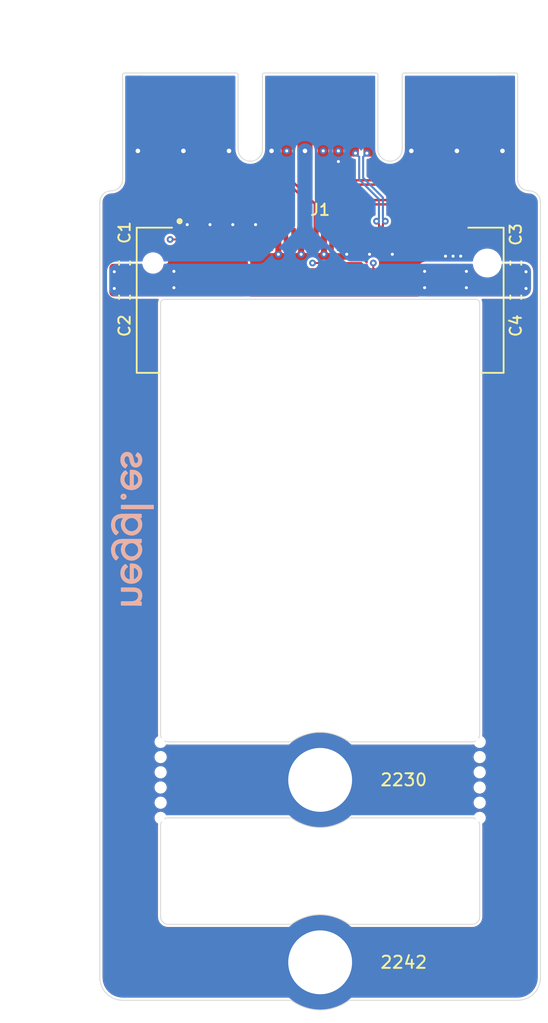
<source format=kicad_pcb>
(kicad_pcb (version 20171130) (host pcbnew "(5.1.10)-1")
  (title_block (rev 1))
  (layers (0 Front signal) (1 In1.Cu signal) (2 In2.Cu signal) (31 Back signal) (34 B.Paste user) (35 F.Paste user) (36 B.SilkS user) (37 F.SilkS user) (38 B.Mask user) (39 F.Mask user) (44 Edge.Cuts user))
  (net 0 "")
  (net 1 GND)
  (net 2 +3V3)
  (net 3 /PET0_P)
  (net 4 /PER1_N)
  (net 5 /PER1_P)
  (net 6 /PET1_N)
  (net 7 /PET1_P)
  (net 8 /~PERST)
  (net 9 /~CLK_REQ)
  (net 10 /~INS)
  (net 11 /REFCLK-)
  (net 12 /REFCLK+)
  (net 13 /PER0_N)
  (net 14 /PER0_P)
  (net 15 /PET0_N)
  (module 10-My-Footprints:neggle-logo-0.12 (layer Back) (at 134.8 80 90)
    (fp_text reference SYM1 hide)
    (fp_text value logo hide)
  )
  (module 11-My-Edits:SolderJumper-2_P0.6mm_Open_RoundedPad1.0x1.5mm (layer Front) (at 151.2 55.5 90)
    (fp_text reference JP1 hide)
    (fp_text value F_INS)
    (pad 1 smd custom (at -0.35 0 270) (size 0.4 0.3) (layers Front F.Mask) (net 1 GND) (options (clearance outline) (anchor rect)) (primitives (gr_circle (center 0 0.15) (end 0.2 0.15) (width 0)) (gr_circle (center 0 -0.15) (end 0.2 -0.15) (width 0)) (gr_poly (pts (xy 0 -0.35) (xy -0.25 -0.35) (xy -0.25 0.35) (xy 0 0.35)) (width 0))))
    (pad 2 smd custom (at 0.25 0 90) (size 0.4 0.3) (layers Front F.Mask) (net 10 /~INS) (options (clearance outline) (anchor rect)) (primitives (gr_circle (center 0 0.15) (end 0.2 0.15) (width 0)) (gr_circle (center 0 -0.15) (end 0.2 -0.15) (width 0)) (gr_poly (pts (xy 0 -0.35) (xy -0.25 -0.35) (xy -0.25 0.35) (xy 0 0.35)) (width 0))))
  )
  (module 10-My-Footprints:mousebite (layer Front) (at 139.5 97)
    (fp_text reference REF** hide)
    (fp_text value mousebite hide)
    (pad "" np_thru_hole circle (at 0 0) (size 0.5 0.5) (drill 0.5) (layers *.Cu *.Mask) (clearance 0.001))
  )
  (module 10-My-Footprints:mousebite (layer Front) (at 139.5 99)
    (fp_text reference REF** hide)
    (fp_text value mousebite hide)
    (pad "" np_thru_hole circle (at 0 0) (size 0.5 0.5) (drill 0.5) (layers *.Cu *.Mask) (clearance 0.001))
  )
  (module 10-My-Footprints:mousebite (layer Front) (at 139.5 96)
    (fp_text reference REF** hide)
    (fp_text value mousebite hide)
    (pad "" np_thru_hole circle (at 0 0) (size 0.5 0.5) (drill 0.5) (layers *.Cu *.Mask) (clearance 0.001))
  )
  (module 10-My-Footprints:mousebite (layer Front) (at 139.5 98)
    (fp_text reference REF** hide)
    (fp_text value mousebite hide)
    (pad "" np_thru_hole circle (at 0 0) (size 0.5 0.5) (drill 0.5) (layers *.Cu *.Mask) (clearance 0.001))
  )
  (module 10-My-Footprints:mousebite (layer Front) (at 139.5 95)
    (fp_text reference REF** hide)
    (fp_text value mousebite hide)
    (pad "" np_thru_hole circle (at 0 0) (size 0.5 0.5) (drill 0.5) (layers *.Cu *.Mask) (clearance 0.001))
  )
  (module 10-My-Footprints:mousebite (layer Front) (at 139.5 94)
    (fp_text reference REF** hide)
    (fp_text value mousebite hide)
    (pad "" np_thru_hole circle (at 0 0) (size 0.5 0.5) (drill 0.5) (layers *.Cu *.Mask) (clearance 0.001))
  )
  (module 10-My-Footprints:mousebite (layer Front) (at 160.5 96)
    (fp_text reference REF** hide)
    (fp_text value mousebite hide)
    (pad "" np_thru_hole circle (at 0 0) (size 0.5 0.5) (drill 0.5) (layers *.Cu *.Mask) (clearance 0.001))
  )
  (module 10-My-Footprints:mousebite (layer Front) (at 160.5 99)
    (fp_text reference REF** hide)
    (fp_text value mousebite hide)
    (pad "" np_thru_hole circle (at 0 0) (size 0.5 0.5) (drill 0.5) (layers *.Cu *.Mask) (clearance 0.001))
  )
  (module 10-My-Footprints:mousebite (layer Front) (at 160.5 98)
    (fp_text reference REF** hide)
    (fp_text value mousebite hide)
    (pad "" np_thru_hole circle (at 0 0) (size 0.5 0.5) (drill 0.5) (layers *.Cu *.Mask) (clearance 0.001))
  )
  (module 10-My-Footprints:mousebite (layer Front) (at 160.5 97)
    (fp_text reference REF** hide)
    (fp_text value mousebite hide)
    (pad "" np_thru_hole circle (at 0 0) (size 0.5 0.5) (drill 0.5) (layers *.Cu *.Mask) (clearance 0.001))
  )
  (module 10-My-Footprints:mousebite (layer Front) (at 160.5 95)
    (fp_text reference REF** hide)
    (fp_text value mousebite hide)
    (pad "" np_thru_hole circle (at 0 0) (size 0.5 0.5) (drill 0.5) (layers *.Cu *.Mask) (clearance 0.001))
  )
  (module 10-My-Footprints:mousebite (layer Front) (at 160.5 94)
    (fp_text reference REF** hide)
    (fp_text value mousebite hide)
    (pad "" np_thru_hole circle (at 0 0) (size 0.5 0.5) (drill 0.5) (layers *.Cu *.Mask) (clearance 0.001))
  )
  (module 11-My-Edits:MountingHole_NGFF_4.2mm_Pad_TopBottom (layer Back) (at 150 108.5)
    (fp_text reference MP2 hide)
    (fp_text value 2242 (at 5.5 0 unlocked) (layer F.SilkS) (effects (font (size 0.8 0.8) (thickness 0.127))))
    (pad 1 thru_hole circle (at 0 0) (size 6.2 6.2) (drill 4.2) (layers *.Cu *.Mask) (net 1 GND))
  )
  (module 11-My-Edits:MountingHole_NGFF_4.2mm_Pad_TopBottom (layer Back) (at 150 96.5)
    (fp_text reference MP1 hide)
    (fp_text value 2230 (at 5.5 0 unlocked) (layer F.SilkS) (effects (font (size 0.8 0.8) (thickness 0.127))))
    (pad 1 thru_hole circle (at 0 0) (size 6.2 6.2) (drill 4.2) (layers *.Cu *.Mask) (net 1 GND))
  )
  (module 11-My-Edits:CFExpress_Media (layer Front) (at 137 57)
    (fp_text reference PC1 hide)
    (fp_text value CFexpress)
    (fp_line (start 26 -6.875) (end 26 0) (layer Edge.Cuts) (width 0.05))
    (fp_line (start 18.525 -7) (end 25.875 -7) (layer Edge.Cuts) (width 0.05))
    (fp_line (start 18.4 -2) (end 18.4 -6.875) (layer Edge.Cuts) (width 0.05))
    (fp_line (start 16.8 -6.875) (end 16.8 -2) (layer Edge.Cuts) (width 0.05))
    (fp_line (start 9.325 -7) (end 16.675 -7) (layer Edge.Cuts) (width 0.05))
    (fp_line (start 9.2 -2) (end 9.2 -6.875) (layer Edge.Cuts) (width 0.05))
    (fp_line (start 7.6 -6.875) (end 7.6 -2) (layer Edge.Cuts) (width 0.05))
    (fp_line (start 0.125 -7) (end 7.475 -7) (layer Edge.Cuts) (width 0.05))
    (fp_line (start 0 0) (end 0 -6.875) (layer Edge.Cuts) (width 0.05))
    (fp_arc (start 8.4 -2) (end 7.6 -2) (angle -180) (layer Edge.Cuts) (width 0.05))
    (fp_arc (start 17.6 -2) (end 16.8 -2) (angle -180) (layer Edge.Cuts) (width 0.05))
    (fp_arc (start 0.125 -6.875) (end 0.125 -7) (angle -90) (layer Edge.Cuts) (width 0.05))
    (fp_arc (start 7.475 -6.875) (end 7.6 -6.875) (angle -90) (layer Edge.Cuts) (width 0.05))
    (fp_arc (start 16.675 -6.875) (end 16.8 -6.875) (angle -90) (layer Edge.Cuts) (width 0.05))
    (fp_arc (start 25.875 -6.875) (end 26 -6.875) (angle -90) (layer Edge.Cuts) (width 0.05))
    (fp_arc (start 9.325 -6.875) (end 9.325 -7) (angle -90) (layer Edge.Cuts) (width 0.05))
    (fp_arc (start 18.525 -6.875) (end 18.525 -7) (angle -90) (layer Edge.Cuts) (width 0.05))
    (pad 20 connect rect (at 24 -4) (size 0.7 5) (layers Front F.Mask) (net 3 /PET0_P))
    (pad 1 connect rect (at 1 -4) (size 0.7 5.5) (layers Front F.Mask) (net 1 GND))
    (pad 2 connect rect (at 2 -4) (size 0.7 5) (layers Front F.Mask) (net 4 /PER1_N))
    (pad 3 connect rect (at 3 -4) (size 0.7 5) (layers Front F.Mask) (net 5 /PER1_P))
    (pad 4 connect rect (at 4 -4) (size 0.7 5) (layers Front F.Mask) (net 1 GND))
    (pad 5 connect rect (at 5 -4) (size 0.7 5) (layers Front F.Mask) (net 6 /PET1_N))
    (pad 6 connect rect (at 6 -4) (size 0.7 5) (layers Front F.Mask) (net 7 /PET1_P))
    (pad 7 connect rect (at 7 -4) (size 0.7 5.5) (layers Front F.Mask) (net 1 GND))
    (pad 8 connect rect (at 9.8 -4) (size 0.7 5) (layers Front F.Mask) (net 1 GND))
    (pad 9 connect rect (at 10.8 -4) (size 0.7 5) (layers Front F.Mask) (net 8 /~PERST))
    (pad 10 connect rect (at 12 -4) (size 1 5.5) (layers Front F.Mask) (net 2 +3V3))
    (pad 11 connect rect (at 13.2 -4) (size 0.7 5) (layers Front F.Mask) (net 9 /~CLK_REQ))
    (pad 12 connect rect (at 14.2 -4) (size 0.7 5) (layers Front F.Mask) (net 10 /~INS))
    (pad 13 connect rect (at 15.2 -4) (size 0.7 5) (layers Front F.Mask) (net 11 /REFCLK-))
    (pad 14 connect rect (at 16.2 -4) (size 0.7 5) (layers Front F.Mask) (net 12 /REFCLK+))
    (pad 15 connect rect (at 19 -4) (size 0.7 5.5) (layers Front F.Mask) (net 1 GND))
    (pad 16 connect rect (at 20 -4) (size 0.7 5) (layers Front F.Mask) (net 13 /PER0_N))
    (pad 17 connect rect (at 21 -4) (size 0.7 5) (layers Front F.Mask) (net 14 /PER0_P))
    (pad 18 connect rect (at 22 -4) (size 0.7 5.5) (layers Front F.Mask) (net 1 GND))
    (pad 19 connect rect (at 23 -4) (size 0.7 5) (layers Front F.Mask) (net 15 /PET0_N))
    (pad 21 connect rect (at 25 -4) (size 0.7 5.5) (layers Front F.Mask) (net 1 GND))
  )
  (module 10-My-Footprints:AMP_MDT180xxx001_NGFF-KeyM (layer Front) (at 150 62.5)
    (fp_text reference J1 (at 0 -3.5) (layer F.SilkS) (effects (font (size 0.75 0.75) (thickness 0.127))))
    (fp_text value "M.2 NGFF")
    (fp_arc (start 10.25 2.64) (end 10.5 2.64) (angle -90) (layer Edge.Cuts) (width 0.05))
    (fp_arc (start -10.25 2.64) (end -10.25 2.39) (angle -90) (layer Edge.Cuts) (width 0.05))
    (fp_line (start -10.25 2.39) (end 10.25 2.39) (layer Edge.Cuts) (width 0.05))
    (fp_line (start -10.5 2.64) (end -10.5 7.2) (layer Edge.Cuts) (width 0.05))
    (fp_line (start 10.5 7.2) (end 10.5 2.64) (layer Edge.Cuts) (width 0.05))
    (pad 74 smd rect (at 9 1.09) (size 0.3 1.5) (layers Front F.Paste F.Mask) (net 2 +3V3))
    (pad 72 smd rect (at 8.5 1.09) (size 0.3 1.5) (layers Front F.Paste F.Mask) (net 2 +3V3))
    (pad 70 smd rect (at 8 1.09) (size 0.3 1.5) (layers Front F.Paste F.Mask) (net 2 +3V3))
    (pad 68 smd rect (at 7.5 1.09) (size 0.3 1.5) (layers Front F.Paste F.Mask))
    (pad 58 smd rect (at 5 1.09) (size 0.3 1.5) (layers Front F.Paste F.Mask))
    (pad 56 smd rect (at 4.5 1.09) (size 0.3 1.5) (layers Front F.Paste F.Mask))
    (pad 54 smd rect (at 4 1.09) (size 0.3 1.5) (layers Front F.Paste F.Mask))
    (pad 52 smd rect (at 3.5 1.09) (size 0.3 1.5) (layers Front F.Paste F.Mask) (net 9 /~CLK_REQ))
    (pad 50 smd rect (at 3 1.09) (size 0.3 1.5) (layers Front F.Paste F.Mask) (net 8 /~PERST))
    (pad 48 smd rect (at 2.5 1.09) (size 0.3 1.5) (layers Front F.Paste F.Mask))
    (pad 46 smd rect (at 2 1.09) (size 0.3 1.5) (layers Front F.Paste F.Mask))
    (pad 44 smd rect (at 1.5 1.09) (size 0.3 1.5) (layers Front F.Paste F.Mask))
    (pad 42 smd rect (at 1 1.09) (size 0.3 1.5) (layers Front F.Paste F.Mask))
    (pad 40 smd rect (at 0.5 1.09) (size 0.3 1.5) (layers Front F.Paste F.Mask))
    (pad 38 smd rect (at 0 1.09) (size 0.3 1.5) (layers Front F.Paste F.Mask))
    (pad 36 smd rect (at -0.5 1.09) (size 0.3 1.5) (layers Front F.Paste F.Mask))
    (pad 34 smd rect (at -1 1.09) (size 0.3 1.5) (layers Front F.Paste F.Mask))
    (pad 32 smd rect (at -1.5 1.09) (size 0.3 1.5) (layers Front F.Paste F.Mask))
    (pad 30 smd rect (at -2 1.09) (size 0.3 1.5) (layers Front F.Paste F.Mask))
    (pad 28 smd rect (at -2.5 1.09) (size 0.3 1.5) (layers Front F.Paste F.Mask))
    (pad 26 smd rect (at -3 1.09) (size 0.3 1.5) (layers Front F.Paste F.Mask))
    (pad 24 smd rect (at -3.5 1.09) (size 0.3 1.5) (layers Front F.Paste F.Mask))
    (pad 22 smd rect (at -4 1.09) (size 0.3 1.5) (layers Front F.Paste F.Mask))
    (pad 20 smd rect (at -4.5 1.09) (size 0.3 1.5) (layers Front F.Paste F.Mask))
    (pad 18 smd rect (at -5 1.09) (size 0.3 1.5) (layers Front F.Paste F.Mask) (net 2 +3V3))
    (pad 16 smd rect (at -5.5 1.09) (size 0.3 1.5) (layers Front F.Paste F.Mask) (net 2 +3V3))
    (pad 14 smd rect (at -6 1.09) (size 0.3 1.5) (layers Front F.Paste F.Mask) (net 2 +3V3))
    (pad 12 smd rect (at -6.5 1.09) (size 0.3 1.5) (layers Front F.Paste F.Mask) (net 2 +3V3))
    (pad 10 smd rect (at -7 1.09) (size 0.3 1.5) (layers Front F.Paste F.Mask))
    (pad 8 smd rect (at -7.5 1.09) (size 0.3 1.5) (layers Front F.Paste F.Mask))
    (pad 6 smd rect (at -8 1.09) (size 0.3 1.5) (layers Front F.Paste F.Mask))
    (pad 4 smd rect (at -8.5 1.09) (size 0.3 1.5) (layers Front F.Paste F.Mask) (net 2 +3V3))
    (pad 2 smd rect (at -9 1.09) (size 0.3 1.5) (layers Front F.Paste F.Mask) (net 2 +3V3))
    (pad 75 smd rect (at 9.25 -1.55) (size 0.3 1.5) (layers Front F.Paste F.Mask) (net 1 GND))
    (pad 73 smd rect (at 8.75 -1.55) (size 0.3 1.5) (layers Front F.Paste F.Mask) (net 1 GND))
    (pad 71 smd rect (at 8.25 -1.55) (size 0.3 1.5) (layers Front F.Paste F.Mask) (net 1 GND))
    (pad 69 smd rect (at 7.75 -1.55) (size 0.3 1.5) (layers Front F.Paste F.Mask))
    (pad 67 smd rect (at 7.25 -1.55) (size 0.3 1.5) (layers Front F.Paste F.Mask))
    (pad 57 smd rect (at 4.75 -1.55) (size 0.3 1.5) (layers Front F.Paste F.Mask) (net 1 GND))
    (pad 55 smd rect (at 4.25 -1.55) (size 0.3 1.5) (layers Front F.Paste F.Mask) (net 12 /REFCLK+))
    (pad 53 smd rect (at 3.75 -1.55) (size 0.3 1.5) (layers Front F.Paste F.Mask) (net 11 /REFCLK-))
    (pad 51 smd rect (at 3.25 -1.55) (size 0.3 1.5) (layers Front F.Paste F.Mask) (net 1 GND))
    (pad 49 smd rect (at 2.75 -1.55) (size 0.3 1.5) (layers Front F.Paste F.Mask) (net 3 /PET0_P))
    (pad 47 smd rect (at 2.25 -1.55) (size 0.3 1.5) (layers Front F.Paste F.Mask) (net 15 /PET0_N))
    (pad 45 smd rect (at 1.75 -1.55) (size 0.3 1.5) (layers Front F.Paste F.Mask) (net 1 GND))
    (pad 43 smd rect (at 1.25 -1.55) (size 0.3 1.5) (layers Front F.Paste F.Mask) (net 14 /PER0_P))
    (pad 41 smd rect (at 0.75 -1.55) (size 0.3 1.5) (layers Front F.Paste F.Mask) (net 13 /PER0_N))
    (pad 39 smd rect (at 0.25 -1.55) (size 0.3 1.5) (layers Front F.Paste F.Mask) (net 1 GND))
    (pad 37 smd rect (at -0.25 -1.55) (size 0.3 1.5) (layers Front F.Paste F.Mask) (net 7 /PET1_P))
    (pad 35 smd rect (at -0.75 -1.55) (size 0.3 1.5) (layers Front F.Paste F.Mask) (net 6 /PET1_N))
    (pad 33 smd rect (at -1.25 -1.55) (size 0.3 1.5) (layers Front F.Paste F.Mask) (net 1 GND))
    (pad 31 smd rect (at -1.75 -1.55) (size 0.3 1.5) (layers Front F.Paste F.Mask) (net 5 /PER1_P))
    (pad 29 smd rect (at -2.25 -1.55) (size 0.3 1.5) (layers Front F.Paste F.Mask) (net 4 /PER1_N))
    (pad 27 smd rect (at -2.75 -1.55) (size 0.3 1.5) (layers Front F.Paste F.Mask) (net 1 GND))
    (pad 25 smd rect (at -3.25 -1.55) (size 0.3 1.5) (layers Front F.Paste F.Mask))
    (pad 23 smd rect (at -3.75 -1.55) (size 0.3 1.5) (layers Front F.Paste F.Mask))
    (pad 21 smd rect (at -4.25 -1.55) (size 0.3 1.5) (layers Front F.Paste F.Mask) (net 1 GND))
    (pad 19 smd rect (at -4.75 -1.55) (size 0.3 1.5) (layers Front F.Paste F.Mask))
    (pad 17 smd rect (at -5.25 -1.55) (size 0.3 1.5) (layers Front F.Paste F.Mask))
    (pad 15 smd rect (at -5.75 -1.55) (size 0.3 1.5) (layers Front F.Paste F.Mask) (net 1 GND))
    (pad 13 smd rect (at -6.25 -1.55) (size 0.3 1.5) (layers Front F.Paste F.Mask))
    (pad 11 smd rect (at -6.75 -1.55) (size 0.3 1.5) (layers Front F.Paste F.Mask))
    (pad 9 smd rect (at -7.25 -1.55) (size 0.3 1.5) (layers Front F.Paste F.Mask) (net 1 GND))
    (pad 7 smd rect (at -7.75 -1.55) (size 0.3 1.5) (layers Front F.Paste F.Mask))
    (pad 5 smd rect (at -8.25 -1.55) (size 0.3 1.5) (layers Front F.Paste F.Mask))
    (pad 3 smd rect (at -8.75 -1.55) (size 0.3 1.5) (layers Front F.Paste F.Mask) (net 1 GND))
    (pad MP smd rect (at 11.385 4.97) (size 1.2 2.75) (layers Front F.Paste F.Mask) (net 1 GND))
    (pad MP smd rect (at -11.385 4.97) (size 1.2 2.75) (layers Front F.Paste F.Mask) (net 1 GND))
    (pad 1 smd rect (at -9.25 -1.55) (size 0.3 1.5) (layers Front F.Paste F.Mask) (net 10 /~INS))
    (pad "" np_thru_hole circle (at 11 0) (size 1.6 1.6) (drill 1.6) (layers *.Cu *.Mask))
    (pad "" np_thru_hole circle (at -11 0) (size 1.1 1.1) (drill 1.1) (layers *.Cu *.Mask))
  )
  (module Capacitor_SMD:C_0402_1005Metric_Pad0.74x0.62mm_HandSolder (layer Front) (at 162.875 64.75 270)
    (fp_text reference C4 (at 1.875 0 90) (layer F.SilkS) (effects (font (size 0.75 0.75) (thickness 0.127))))
    (fp_text value 10u)
    (pad 2 smd roundrect (at 0.5675 0 270) (size 0.735 0.62) (layers Front F.Paste F.Mask) (net 1 GND))
    (pad 1 smd roundrect (at -0.5675 0 270) (size 0.735 0.62) (layers Front F.Paste F.Mask) (net 2 +3V3))
  )
  (module Capacitor_SMD:C_0402_1005Metric_Pad0.74x0.62mm_HandSolder (layer Front) (at 137.125 64.75 270)
    (fp_text reference C2 (at 1.875 0 90) (layer F.SilkS) (effects (font (size 0.75 0.75) (thickness 0.127))))
    (fp_text value 10u)
    (pad 2 smd roundrect (at 0.5675 0 270) (size 0.735 0.62) (layers Front F.Paste F.Mask) (net 1 GND))
    (pad 1 smd roundrect (at -0.5675 0 270) (size 0.735 0.62) (layers Front F.Paste F.Mask) (net 2 +3V3))
  )
  (module Capacitor_SMD:C_0402_1005Metric_Pad0.74x0.62mm_HandSolder (layer Front) (at 162.875 62.5 90)
    (fp_text reference C3 (at 1.875 0 90) (layer F.SilkS) (effects (font (size 0.75 0.75) (thickness 0.127))))
    (fp_text value 0.1u)
    (pad 2 smd roundrect (at 0.5675 0 90) (size 0.735 0.62) (layers Front F.Paste F.Mask) (net 1 GND))
    (pad 1 smd roundrect (at -0.5675 0 90) (size 0.735 0.62) (layers Front F.Paste F.Mask) (net 2 +3V3))
  )
  (module Capacitor_SMD:C_0402_1005Metric_Pad0.74x0.62mm_HandSolder (layer Front) (at 137.125 62.5 90)
    (fp_text reference C1 (at 2 0 90) (layer F.SilkS) (effects (font (size 0.75 0.75) (thickness 0.127))))
    (fp_text value 0.1u)
    (pad 2 smd roundrect (at 0.5675 0 90) (size 0.735 0.62) (layers Front F.Paste F.Mask) (net 1 GND))
    (pad 1 smd roundrect (at -0.5675 0 90) (size 0.735 0.62) (layers Front F.Paste F.Mask) (net 2 +3V3))
  )
  (gr_line (start 151.9 111) (end 163 111) (angle 90) (layer Edge.Cuts) (width 0.05))
  (gr_arc (start 160 105.5) (end 160.5 105.5) (angle 90) (layer Edge.Cuts) (width 0.05))
  (gr_line (start 137 111) (end 148.1 111) (angle 90) (layer Edge.Cuts) (width 0.05))
  (gr_arc (start 163 109.5) (end 163 111) (angle -90) (layer Edge.Cuts) (width 0.05))
  (gr_arc (start 137 109.5) (end 135.5 109.5) (angle -90) (layer Edge.Cuts) (width 0.05))
  (gr_arc (start 150 108.5) (end 148.1 106) (angle 74.4696424) (layer Edge.Cuts) (width 0.05))
  (gr_arc (start 150 108.5) (end 151.9 111) (angle 74.46966796) (layer Edge.Cuts) (width 0.05))
  (gr_arc (start 150 96.5) (end 148.1 94) (angle 74.4696424) (layer Edge.Cuts) (width 0.05))
  (gr_arc (start 140 105.5) (end 140 106) (angle 90) (layer Edge.Cuts) (width 0.05))
  (gr_line (start 140 106) (end 148.1 106) (angle 90) (layer Edge.Cuts) (width 0.05))
  (gr_line (start 151.899999 105.999999) (end 160 106) (angle 90) (layer Edge.Cuts) (width 0.05))
  (gr_line (start 140 99) (end 148.1 99) (angle 90) (layer Edge.Cuts) (width 0.05))
  (gr_arc (start 150 96.5) (end 151.9 99) (angle 74.46966796) (layer Edge.Cuts) (width 0.05))
  (gr_line (start 151.899999 93.999999) (end 160 94) (angle 90) (layer Edge.Cuts) (width 0.05))
  (gr_arc (start 140 99.5) (end 140 99) (angle -90) (layer Edge.Cuts) (width 0.05))
  (gr_arc (start 140 93.5) (end 140 94) (angle 90) (layer Edge.Cuts) (width 0.05))
  (gr_arc (start 160 93.5) (end 160.5 93.5) (angle 90) (layer Edge.Cuts) (width 0.05))
  (gr_line (start 140 94) (end 148.1 94) (angle 90) (layer Edge.Cuts) (width 0.05))
  (gr_line (start 151.9 99) (end 160 99) (angle 90) (layer Edge.Cuts) (width 0.05))
  (gr_line (start 139.5 69.7) (end 139.5 93.5) (angle 90) (layer Edge.Cuts) (width 0.05))
  (gr_line (start 160.5 99.5) (end 160.5 105.5) (angle 90) (layer Edge.Cuts) (width 0.05))
  (gr_arc (start 160 99.5) (end 160 99) (angle 90) (layer Edge.Cuts) (width 0.05))
  (gr_arc (start 136.25 57) (end 137 57) (angle 90) (layer Edge.Cuts) (width 0.05))
  (gr_arc (start 136.25 58.5) (end 135.5 58.5) (angle 90) (layer Edge.Cuts) (width 0.05))
  (gr_arc (start 163.75 57) (end 163 57) (angle -90) (layer Edge.Cuts) (width 0.05))
  (gr_arc (start 163.75 58.5) (end 164.5 58.5) (angle -90) (layer Edge.Cuts) (width 0.05))
  (gr_line (start 139.5 99.5) (end 139.5 105.5) (angle 90) (layer Edge.Cuts) (width 0.05))
  (gr_line (start 160.5 69.7) (end 160.5 93.5) (angle 90) (layer Edge.Cuts) (width 0.05))
  (gr_line (start 164.5 58.5) (end 164.5 109.5) (angle 90) (layer Edge.Cuts) (width 0.05))
  (gr_line (start 135.5 58.5) (end 135.5 109.5) (angle 90) (layer Edge.Cuts) (width 0.05))
  (via (at 151.2 55.825) (size 0.45) (drill 0.2) (layers Front Back) (net 1))
  (via (at 149 55.125) (size 0.6) (drill 0.3) (layers Front Back) (net 2))
  (segment (start 160 53) (end 160 55.15) (width 0.15635) (layer Front) (net 15))
  (segment (start 160.358325 55.508325) (end 160.358325 56.391315) (width 0.15635) (layer Front) (net 15))
  (segment (start 160 55.15) (end 160.358325 55.508325) (width 0.15635) (layer Front) (net 15))
  (segment (start 161 53) (end 161 55.15) (width 0.15635) (layer Front) (net 3))
  (segment (start 161 55.15) (end 160.641675 55.508325) (width 0.15635) (layer Front) (net 3))
  (segment (start 160.641675 55.508325) (end 160.641675 56.508685) (width 0.15635) (layer Front) (net 3))
  (via (at 162 55.125) (size 0.6) (drill 0.3) (layers Front Back) (net 1))
  (via (at 156 55.125) (size 0.6) (drill 0.3) (layers Front Back) (net 1))
  (via (at 141 55.125) (size 0.6) (drill 0.3) (layers Front Back) (net 1))
  (via (at 141.25 59.975) (size 0.45) (drill 0.2) (layers Front Back) (net 1))
  (via (at 148.75 61.925) (size 0.45) (drill 0.2) (layers Front Back) (net 1))
  (via (at 147.25 61.925) (size 0.45) (drill 0.2) (layers Front Back) (net 1))
  (via (at 159 55.125) (size 0.6) (drill 0.3) (layers Front Back) (net 1))
  (via (at 144.25 59.975) (size 0.45) (drill 0.2) (layers Front Back) (net 1))
  (via (at 145.75 59.975) (size 0.45) (drill 0.2) (layers Front Back) (net 1))
  (via (at 142.75 59.975) (size 0.45) (drill 0.2) (layers Front Back) (net 1))
  (via (at 147.8 55.125) (size 0.45) (drill 0.2) (layers Front Back) (net 8))
  (via (at 151.2 55.125) (size 0.45) (drill 0.2) (layers Front Back) (net 10))
  (via (at 150.2 55.125) (size 0.45) (drill 0.2) (layers Front Back) (net 9))
  (via (at 138 55.125) (size 0.6) (drill 0.3) (layers Front Back) (net 1))
  (via (at 154.75 61.924992) (size 0.45) (drill 0.2) (layers Front Back) (net 1))
  (segment (start 154.75 60.95) (end 154.75 61.924992) (width 0.13422) (layer Front) (net 1))
  (segment (start 141.25 60.95) (end 141.25 59.975) (width 0.13422) (layer Front) (net 1))
  (segment (start 142.75 60.95) (end 142.75 59.975) (width 0.13422) (layer Front) (net 1))
  (segment (start 144.25 60.95) (end 144.25 59.975) (width 0.13422) (layer Front) (net 1))
  (segment (start 145.75 60.95) (end 145.75 59.975) (width 0.13422) (layer Front) (net 1))
  (segment (start 147.25 60.95) (end 147.25 61.925) (width 0.13422) (layer Front) (net 1))
  (segment (start 148.75 60.95) (end 148.75 61.925) (width 0.127) (layer Front) (net 1))
  (segment (start 150.25 60.95) (end 150.25 61.925) (width 0.127) (layer Front) (net 1))
  (via (at 150.25 61.925) (size 0.45) (drill 0.2) (layers Front Back) (net 1))
  (via (at 158.25 62.05) (size 0.45) (drill 0.2) (layers Front Back) (net 1))
  (via (at 159.25 62.05) (size 0.45) (drill 0.2) (layers Front Back) (net 1))
  (via (at 158.75 62.05) (size 0.45) (drill 0.2) (layers Front Back) (net 1))
  (segment (start 159.25 62.05) (end 159.25 60.95) (width 0.127) (layer Front) (net 1))
  (segment (start 158.75 62.05) (end 158.75 60.95) (width 0.127) (layer Front) (net 1))
  (segment (start 158.25 60.95) (end 158.25 62.05) (width 0.127) (layer Front) (net 1))
  (segment (start 153.25 60.95) (end 153.25 61.925) (width 0.13422) (layer Front) (net 1))
  (via (at 153.25 61.925) (size 0.45) (drill 0.2) (layers Front Back) (net 1))
  (via (at 144 55.125) (size 0.6) (drill 0.3) (layers Front Back) (net 1))
  (via (at 146.8 55.125) (size 0.6) (drill 0.3) (layers Front Back) (net 1))
  (via (at 151.75 61.925) (size 0.45) (drill 0.2) (layers Front Back) (net 1))
  (segment (start 151.75 60.95) (end 151.75 61.925) (width 0.127) (layer Front) (net 1))
  (via (at 159.625 63.05) (size 0.45) (drill 0.2) (layers Front Back) (net 2))
  (via (at 159.625 64.125) (size 0.45) (drill 0.2) (layers Front Back) (net 2))
  (via (at 156.875 64.125) (size 0.45) (drill 0.2) (layers Front Back) (net 2))
  (via (at 156.875 63.05) (size 0.45) (drill 0.2) (layers Front Back) (net 2))
  (via (at 163.55 64.175) (size 0.45) (drill 0.2) (layers Front Back) (net 2))
  (via (at 163.55 63.075) (size 0.45) (drill 0.2) (layers Front Back) (net 2))
  (via (at 136.45 63.075) (size 0.45) (drill 0.2) (layers Front Back) (net 2))
  (via (at 136.45 64.175) (size 0.45) (drill 0.2) (layers Front Back) (net 2))
  (via (at 140.375 63.05) (size 0.45) (drill 0.2) (layers Front Back) (net 2))
  (via (at 140.375 64.125) (size 0.45) (drill 0.2) (layers Front Back) (net 2))
  (segment (start 152.75 60.35) (end 152.641675 60.241675) (width 0.15635) (layer Front) (net 3))
  (segment (start 152.75 60.95) (end 152.75 60.35) (width 0.15635) (layer Front) (net 3))
  (segment (start 152.641675 60.241675) (end 152.641675 59.058685) (width 0.15635) (layer Front) (net 3))
  (segment (start 152.641675 59.058685) (end 153.058685 58.641675) (width 0.15635) (layer Front) (net 3))
  (segment (start 161 55.15) (end 161 53) (width 0.15635) (layer Front) (net 3))
  (segment (start 160.641675 55.508325) (end 161 55.15) (width 0.15635) (layer Front) (net 3))
  (segment (start 158.508685 58.641675) (end 153.058685 58.641675) (width 0.15635) (layer Front) (net 3))
  (segment (start 160.641675 56.508685) (end 158.508685 58.641675) (width 0.15635) (layer Front) (net 3))
  (segment (start 139 53) (end 139 55.15) (width 0.15635) (layer Front) (net 4))
  (segment (start 139 55.15) (end 139.358325 55.508325) (width 0.15635) (layer Front) (net 4))
  (segment (start 139.358325 55.508325) (end 139.358325 56.508685) (width 0.15635) (layer Front) (net 4))
  (segment (start 147.858325 60.241675) (end 147.75 60.35) (width 0.15635) (layer Front) (net 4))
  (segment (start 147.75 60.35) (end 147.75 60.95) (width 0.15635) (layer Front) (net 4))
  (segment (start 147.858325 59.058685) (end 147.441315 58.641675) (width 0.15635) (layer Front) (net 4))
  (segment (start 147.858325 60.241675) (end 147.858325 59.058685) (width 0.15635) (layer Front) (net 4))
  (segment (start 141.491315 58.641675) (end 139.358325 56.508685) (width 0.15635) (layer Front) (net 4))
  (segment (start 147.441315 58.641675) (end 141.491315 58.641675) (width 0.15635) (layer Front) (net 4))
  (segment (start 148.25 60.35) (end 148.25 60.95) (width 0.15635) (layer Front) (net 5))
  (segment (start 148.141675 60.241675) (end 148.25 60.35) (width 0.15635) (layer Front) (net 5))
  (segment (start 139.641675 55.508325) (end 139.641675 56.391315) (width 0.15635) (layer Front) (net 5))
  (segment (start 140 55.15) (end 139.641675 55.508325) (width 0.15635) (layer Front) (net 5))
  (segment (start 140 53) (end 140 55.15) (width 0.15635) (layer Front) (net 5))
  (segment (start 148.141675 58.941315) (end 147.558685 58.358325) (width 0.15635) (layer Front) (net 5))
  (segment (start 148.141675 60.241675) (end 148.141675 58.941315) (width 0.15635) (layer Front) (net 5))
  (segment (start 141.608685 58.358325) (end 139.641675 56.391315) (width 0.15635) (layer Front) (net 5))
  (segment (start 147.558685 58.358325) (end 141.608685 58.358325) (width 0.15635) (layer Front) (net 5))
  (segment (start 142.358325 55.508325) (end 142.358325 56.208685) (width 0.15635) (layer Front) (net 6))
  (segment (start 142 55.15) (end 142.358325 55.508325) (width 0.15635) (layer Front) (net 6))
  (segment (start 142 53) (end 142 55.15) (width 0.15635) (layer Front) (net 6))
  (segment (start 149.25 60.35) (end 149.358325 60.241675) (width 0.15635) (layer Front) (net 6))
  (segment (start 149.25 60.95) (end 149.25 60.35) (width 0.15635) (layer Front) (net 6))
  (segment (start 149.358325 60.241675) (end 149.358325 58.708685) (width 0.15635) (layer Front) (net 6))
  (segment (start 142.358325 56.208685) (end 143.491315 57.341675) (width 0.15635) (layer Front) (net 6))
  (segment (start 147.991315 57.341675) (end 149.358325 58.708685) (width 0.15635) (layer Front) (net 6))
  (segment (start 143.491315 57.341675) (end 147.991315 57.341675) (width 0.15635) (layer Front) (net 6))
  (segment (start 142.641675 55.508325) (end 142.641675 56.091315) (width 0.15635) (layer Front) (net 7))
  (segment (start 143 55.15) (end 142.641675 55.508325) (width 0.15635) (layer Front) (net 7))
  (segment (start 143 53) (end 143 55.15) (width 0.15635) (layer Front) (net 7))
  (segment (start 149.75 60.35) (end 149.641675 60.241675) (width 0.15635) (layer Front) (net 7))
  (segment (start 149.75 60.95) (end 149.75 60.35) (width 0.15635) (layer Front) (net 7))
  (segment (start 149.641675 60.241675) (end 149.641675 58.591315) (width 0.15635) (layer Front) (net 7))
  (segment (start 142.641675 56.091315) (end 143.608685 57.058325) (width 0.15635) (layer Front) (net 7))
  (segment (start 148.108685 57.058325) (end 149.641675 58.591315) (width 0.15635) (layer Front) (net 7))
  (segment (start 143.608685 57.058325) (end 148.108685 57.058325) (width 0.15635) (layer Front) (net 7))
  (via (at 149.5 62.5) (size 0.45) (drill 0.2) (layers Front Back) (net 8))
  (segment (start 149.5 62.5) (end 152.7 62.5) (width 0.127) (layer Front) (net 8))
  (segment (start 152.7 62.5) (end 153 62.8) (width 0.127) (layer Front) (net 8))
  (segment (start 153 62.8) (end 153 63.59) (width 0.127) (layer Front) (net 8))
  (via (at 153.5 62.5) (size 0.45) (drill 0.2) (layers Front Back) (net 9))
  (segment (start 153.5 63.59) (end 153.5 62.5) (width 0.127) (layer Front) (net 9))
  (via (at 140.12498 60.95) (size 0.45) (drill 0.2) (layers Front Back) (net 10))
  (segment (start 140.75 60.95) (end 140.12498 60.95) (width 0.127) (layer Front) (net 10))
  (via (at 153.7115 59.75) (size 0.45) (drill 0.2) (layers Front Back) (net 11))
  (via (at 152.325 55.275) (size 0.45) (drill 0.2) (layers Front Back) (net 11))
  (segment (start 152.2 55.15) (end 152.2 53) (width 0.13422) (layer Front) (net 11))
  (segment (start 152.325 55.275) (end 152.2 55.15) (width 0.13422) (layer Front) (net 11))
  (segment (start 153.86939 59.90789) (end 153.7115 59.75) (width 0.13422) (layer Front) (net 11))
  (segment (start 153.86939 60.23061) (end 153.86939 59.90789) (width 0.13422) (layer Front) (net 11))
  (segment (start 153.75 60.35) (end 153.86939 60.23061) (width 0.13422) (layer Front) (net 11))
  (segment (start 153.75 60.95) (end 153.75 60.35) (width 0.13422) (layer Front) (net 11))
  (segment (start 152.56939 55.51939) (end 152.325 55.275) (width 0.13422) (layer Back) (net 11))
  (segment (start 152.56939 57.004102) (end 152.56939 55.51939) (width 0.13422) (layer Back) (net 11))
  (segment (start 153.86939 58.304102) (end 152.56939 57.004102) (width 0.13422) (layer Back) (net 11))
  (segment (start 153.86939 59.59211) (end 153.86939 58.304102) (width 0.13422) (layer Back) (net 11))
  (segment (start 153.7115 59.75) (end 153.86939 59.59211) (width 0.13422) (layer Back) (net 11))
  (via (at 154.2885 59.75) (size 0.45) (drill 0.2) (layers Front Back) (net 12))
  (via (at 153.075 55.275) (size 0.45) (drill 0.2) (layers Front Back) (net 12))
  (segment (start 153.2 55.15) (end 153.2 53) (width 0.13422) (layer Front) (net 12))
  (segment (start 153.075 55.275) (end 153.2 55.15) (width 0.13422) (layer Front) (net 12))
  (segment (start 152.83061 55.51939) (end 153.075 55.275) (width 0.13422) (layer Back) (net 12))
  (segment (start 152.83061 56.895898) (end 152.83061 55.51939) (width 0.13422) (layer Back) (net 12))
  (segment (start 154.13061 58.195898) (end 152.83061 56.895898) (width 0.13422) (layer Back) (net 12))
  (segment (start 154.13061 59.59211) (end 154.13061 58.195898) (width 0.13422) (layer Back) (net 12))
  (segment (start 154.2885 59.75) (end 154.13061 59.59211) (width 0.13422) (layer Back) (net 12))
  (segment (start 154.13061 59.90789) (end 154.2885 59.75) (width 0.13422) (layer Front) (net 12))
  (segment (start 154.25 60.35) (end 154.13061 60.23061) (width 0.13422) (layer Front) (net 12))
  (segment (start 154.13061 60.23061) (end 154.13061 59.90789) (width 0.13422) (layer Front) (net 12))
  (segment (start 154.25 60.95) (end 154.25 60.35) (width 0.13422) (layer Front) (net 12))
  (segment (start 157.358325 55.508325) (end 157 55.15) (width 0.15635) (layer Front) (net 13))
  (segment (start 157 55.15) (end 157 53) (width 0.15635) (layer Front) (net 13))
  (segment (start 150.858325 60.241675) (end 150.858325 58.591675) (width 0.15635) (layer Front) (net 13))
  (segment (start 157.358325 56.066315) (end 157.358325 55.508325) (width 0.15635) (layer Front) (net 13))
  (segment (start 150.75 60.35) (end 150.858325 60.241675) (width 0.15635) (layer Front) (net 13))
  (segment (start 150.75 60.95) (end 150.75 60.35) (width 0.15635) (layer Front) (net 13))
  (segment (start 157.358325 56.066315) (end 156.366315 57.058325) (width 0.15635) (layer Front) (net 13))
  (segment (start 152.391675 57.058325) (end 150.858325 58.591675) (width 0.15635) (layer Front) (net 13))
  (segment (start 156.366315 57.058325) (end 152.391675 57.058325) (width 0.15635) (layer Front) (net 13))
  (segment (start 158 55.15) (end 158 53) (width 0.15635) (layer Front) (net 14))
  (segment (start 157.641675 56.183685) (end 157.641675 55.508325) (width 0.15635) (layer Front) (net 14))
  (segment (start 157.641675 55.508325) (end 158 55.15) (width 0.15635) (layer Front) (net 14))
  (segment (start 151.141675 60.241675) (end 151.141675 58.733325) (width 0.15635) (layer Front) (net 14))
  (segment (start 151.25 60.35) (end 151.141675 60.241675) (width 0.15635) (layer Front) (net 14))
  (segment (start 151.25 60.95) (end 151.25 60.35) (width 0.15635) (layer Front) (net 14))
  (segment (start 157.641675 56.183685) (end 156.483685 57.341675) (width 0.15635) (layer Front) (net 14))
  (segment (start 152.533325 57.341675) (end 151.141675 58.733325) (width 0.15635) (layer Front) (net 14))
  (segment (start 156.483685 57.341675) (end 152.533325 57.341675) (width 0.15635) (layer Front) (net 14))
  (segment (start 152.25 60.35) (end 152.358325 60.241675) (width 0.15635) (layer Front) (net 15))
  (segment (start 152.25 60.95) (end 152.25 60.35) (width 0.15635) (layer Front) (net 15))
  (segment (start 152.358325 60.241675) (end 152.358325 58.941315) (width 0.15635) (layer Front) (net 15))
  (segment (start 152.358325 58.941315) (end 152.941315 58.358325) (width 0.15635) (layer Front) (net 15))
  (segment (start 160 55.15) (end 160 53) (width 0.15635) (layer Front) (net 15))
  (segment (start 160.358325 55.508325) (end 160 55.15) (width 0.15635) (layer Front) (net 15))
  (segment (start 158.391315 58.358325) (end 152.941315 58.358325) (width 0.15635) (layer Front) (net 15))
  (segment (start 160.358325 56.391315) (end 158.391315 58.358325) (width 0.15635) (layer Front) (net 15))
  (zone (net 2) (net_name +3V3) (layer Back) (priority 2) (connect_pads yes (clearance 0.1524)) (min_thickness 0.127) (fill yes (arc_segments 32) (thermal_gap 0.381) (thermal_bridge_width 0.508) (smoothing fillet) (radius 0.5))
    (polygon (pts (xy 163.875 62.55) (xy 151.8 62.55) (xy 149.5 60.25) (xy 149.5 55.75) (xy 149.5 54.625) (xy 148.5 54.625) (xy 148.5 55.75) (xy 148.5 60.25) (xy 146.2 62.55) (xy 136.125 62.55) (xy 136.125 64.7) (xy 163.875 64.7)))
  )
  (zone (net 1) (net_name GND) (layer Front) (connect_pads yes (clearance 0.1524)) (min_thickness 0.127) (fill yes (arc_segments 32) (thermal_gap 0.381) (thermal_bridge_width 0.508) (smoothing fillet) (radius 0.254))
    (polygon (pts (xy 165 112.5) (xy 135 112.5) (xy 135 49.5) (xy 138.35 49.5) (xy 138.35 56.25) (xy 138.35 56.85) (xy 141.25 59.75) (xy 146.75 59.75) (xy 146.75 60.2) (xy 156.65 60.2) (xy 156.65 59.75) (xy 158.75 59.75) (xy 161.65 56.85) (xy 161.65 56.25) (xy 161.65 49.5) (xy 165 49.5)))
  )
  (zone (net 1) (net_name GND) (layer Back) (connect_pads yes (clearance 0.1524)) (min_thickness 0.127) (fill yes (arc_segments 32) (thermal_gap 0.381) (thermal_bridge_width 0.508) (smoothing fillet) (radius 0.254))
    (polygon (pts (xy 165 112.5) (xy 135 112.5) (xy 135 49.5) (xy 165 49.5)))
  )
  (zone (net 2) (net_name +3V3) (layer Front) (priority 2) (connect_pads yes (clearance 0.1524)) (min_thickness 0.127) (fill yes (arc_segments 32) (thermal_gap 0.381) (thermal_bridge_width 0.508) (smoothing fillet) (radius 0.5))
    (polygon (pts (xy 163.875 64.7) (xy 156.5 64.7) (xy 156.5 62.55) (xy 163.875 62.55)))
  )
  (zone (net 2) (net_name +3V3) (layer Front) (priority 2) (connect_pads yes (clearance 0.1524)) (min_thickness 0.127) (fill yes (arc_segments 32) (thermal_gap 0.381) (thermal_bridge_width 0.508) (smoothing fillet) (radius 0.254))
    (polygon (pts (xy 136.125 62.55) (xy 140 62.55) (xy 140 62.25) (xy 145.25 62.25) (xy 145.25 64.7) (xy 136.125 64.7)))
  )
)
</source>
